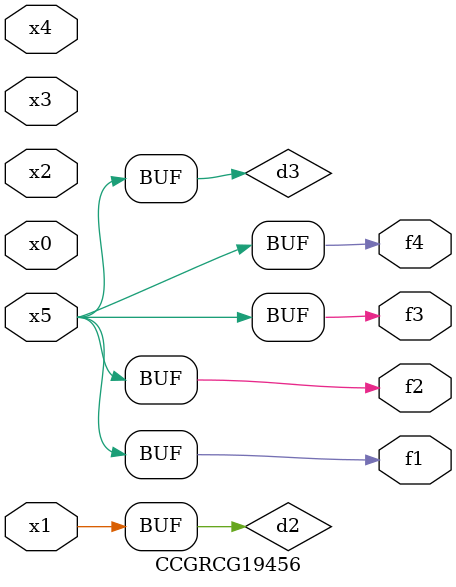
<source format=v>
module CCGRCG19456(
	input x0, x1, x2, x3, x4, x5,
	output f1, f2, f3, f4
);

	wire d1, d2, d3;

	not (d1, x5);
	or (d2, x1);
	xnor (d3, d1);
	assign f1 = d3;
	assign f2 = d3;
	assign f3 = d3;
	assign f4 = d3;
endmodule

</source>
